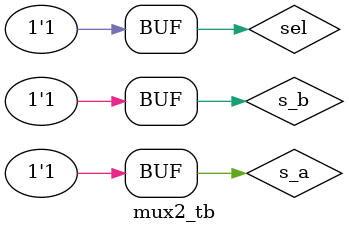
<source format=v>
`timescale 1ns / 1ps

//测试文件不需要端口
module mux2_tb;

//测试平台端口定义
//输入端口reg（激励）型
reg s_a;
reg s_b;
reg sel;
//输出端口
wire out;

//定义激励信号的具体值
initial begin
    s_a = 0; s_b = 0; sel = 0;
    #200; //延时200ns
    s_a = 0; s_b = 0; sel = 1;
    #200; //延时200ns       
    s_a = 0; s_b = 1; sel = 0;
    #200; //延时200ns
    s_a = 0; s_b = 1; sel = 1;
    #200; //延时200ns
    s_a = 1; s_b = 0; sel = 0;
    #200; //延时200ns
    s_a = 1; s_b = 0; sel = 1;
    #200; //延时200ns
    s_a = 1; s_b = 1; sel = 0;
    #200; //延时200ns
    s_a = 1; s_b = 1; sel = 1;
    #200; //延时200ns
end

//例化：将模块端口连接测试平台端口
//注意括号内的端口名和模块端口名可相同，可不同
mux2 mux2_gy (
    .a(s_a),
    .b(s_b),
    .sel(sel),
    .out(out)
);

endmodule

</source>
